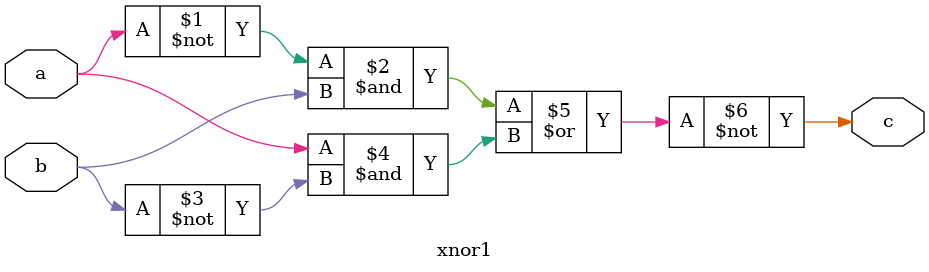
<source format=v>

module xnor1(
input a,b,
output c );
assign c = ~((~a & b)|(a & ~b));
endmodule




</source>
